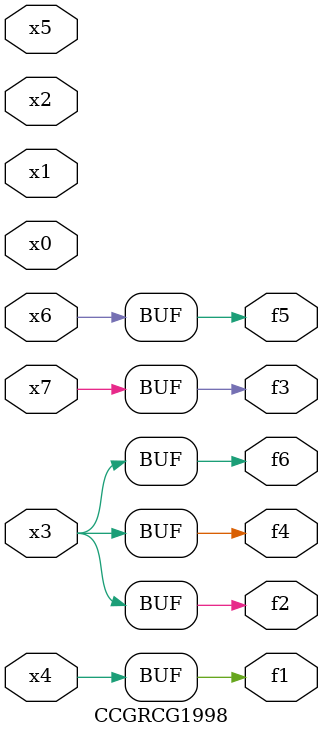
<source format=v>
module CCGRCG1998(
	input x0, x1, x2, x3, x4, x5, x6, x7,
	output f1, f2, f3, f4, f5, f6
);
	assign f1 = x4;
	assign f2 = x3;
	assign f3 = x7;
	assign f4 = x3;
	assign f5 = x6;
	assign f6 = x3;
endmodule

</source>
